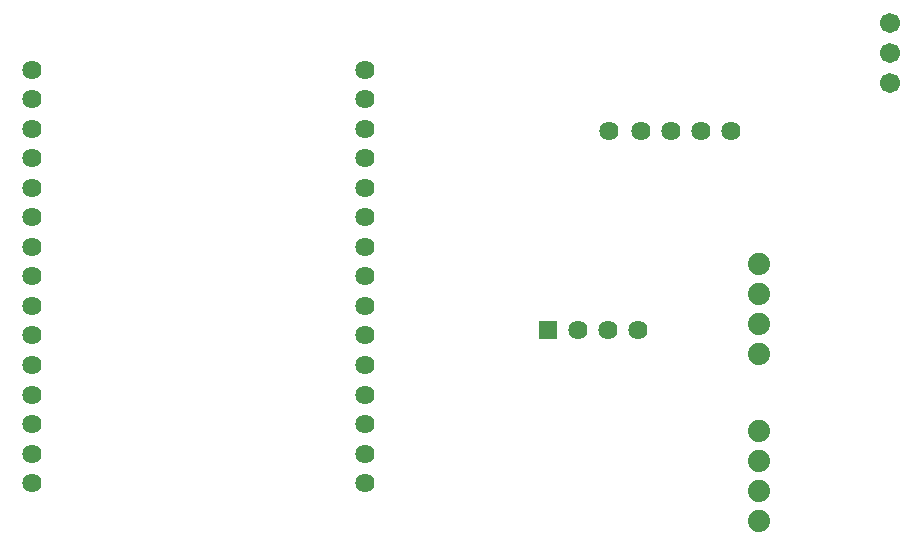
<source format=gts>
G04 Layer: TopSolderMaskLayer*
G04 EasyEDA v6.5.22, 2023-01-16 17:42:31*
G04 f8123aca958c4c3ea5a118542eafadee,9c419fbbf7cf4e6293d4911e9c662303,10*
G04 Gerber Generator version 0.2*
G04 Scale: 100 percent, Rotated: No, Reflected: No *
G04 Dimensions in inches *
G04 leading zeros omitted , absolute positions ,3 integer and 6 decimal *
%FSLAX36Y36*%
%MOIN*%

%ADD10R,0.0640X0.0640*%
%ADD11C,0.0640*%
%ADD12C,0.0670*%
%ADD13C,0.0740*%

%LPD*%
D10*
G01*
X2125000Y1640000D03*
D11*
G01*
X2225000Y1640000D03*
G01*
X2325000Y1640000D03*
G01*
X2425000Y1640000D03*
D12*
G01*
X3266450Y2666250D03*
G01*
X3266450Y2566250D03*
G01*
X3266450Y2466250D03*
D11*
G01*
X404879Y2508980D03*
G01*
X404879Y2410560D03*
G01*
X404879Y2312130D03*
G01*
X404879Y2213710D03*
G01*
X404879Y2115279D03*
G01*
X404879Y2016849D03*
G01*
X404879Y1918429D03*
G01*
X404879Y1820000D03*
G01*
X404879Y1721579D03*
G01*
X404879Y1623150D03*
G01*
X404879Y1524729D03*
G01*
X404879Y1426300D03*
G01*
X404879Y1327880D03*
G01*
X404879Y1229450D03*
G01*
X404879Y1131030D03*
G01*
X1515119Y2508980D03*
G01*
X1515119Y2410560D03*
G01*
X1515119Y2312130D03*
G01*
X1515119Y2213710D03*
G01*
X1515119Y2115279D03*
G01*
X1515119Y2016849D03*
G01*
X1515119Y1918429D03*
G01*
X1515119Y1820000D03*
G01*
X1515119Y1721579D03*
G01*
X1515119Y1623150D03*
G01*
X1515119Y1524729D03*
G01*
X1515119Y1426300D03*
G01*
X1515119Y1327880D03*
G01*
X1515119Y1229450D03*
G01*
X1515119Y1131030D03*
D13*
G01*
X2830000Y1560000D03*
G01*
X2830000Y1660000D03*
G01*
X2830000Y1760000D03*
G01*
X2830000Y1860000D03*
G01*
X2830000Y1005000D03*
G01*
X2830000Y1105000D03*
G01*
X2830000Y1205000D03*
G01*
X2830000Y1305000D03*
D11*
G01*
X2330000Y2305000D03*
G01*
X2435000Y2305000D03*
G01*
X2535000Y2305000D03*
G01*
X2635000Y2305000D03*
G01*
X2735000Y2305000D03*
M02*

</source>
